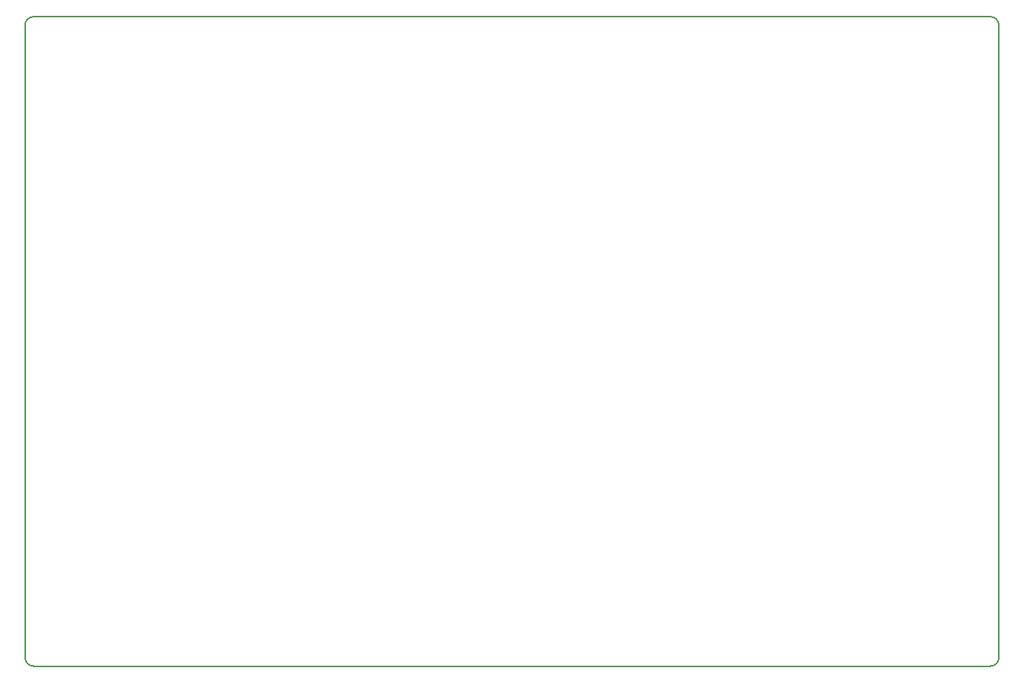
<source format=gbr>
%TF.GenerationSoftware,KiCad,Pcbnew,(6.0.7)*%
%TF.CreationDate,2022-11-11T00:25:46-08:00*%
%TF.ProjectId,LED_Board_s_,4c45445f-426f-4617-9264-5f735f2e6b69,rev?*%
%TF.SameCoordinates,Original*%
%TF.FileFunction,Profile,NP*%
%FSLAX46Y46*%
G04 Gerber Fmt 4.6, Leading zero omitted, Abs format (unit mm)*
G04 Created by KiCad (PCBNEW (6.0.7)) date 2022-11-11 00:25:46*
%MOMM*%
%LPD*%
G01*
G04 APERTURE LIST*
%TA.AperFunction,Profile*%
%ADD10C,0.150000*%
%TD*%
G04 APERTURE END LIST*
D10*
X269057893Y-96772893D02*
X269057893Y-171172893D01*
X268057893Y-172172893D02*
G75*
G03*
X269057893Y-171172893I7J999993D01*
G01*
X269057907Y-96772893D02*
G75*
G03*
X268057893Y-95772893I-1000007J-7D01*
G01*
X154557907Y-171172893D02*
G75*
G03*
X155557893Y-172172893I999993J-7D01*
G01*
X155557893Y-95772893D02*
X268057893Y-95772893D01*
X268057893Y-172172893D02*
X155557893Y-172172893D01*
X154557893Y-96772893D02*
X154557893Y-171172893D01*
X155557893Y-95772893D02*
G75*
G03*
X154557893Y-96772893I7J-1000007D01*
G01*
M02*

</source>
